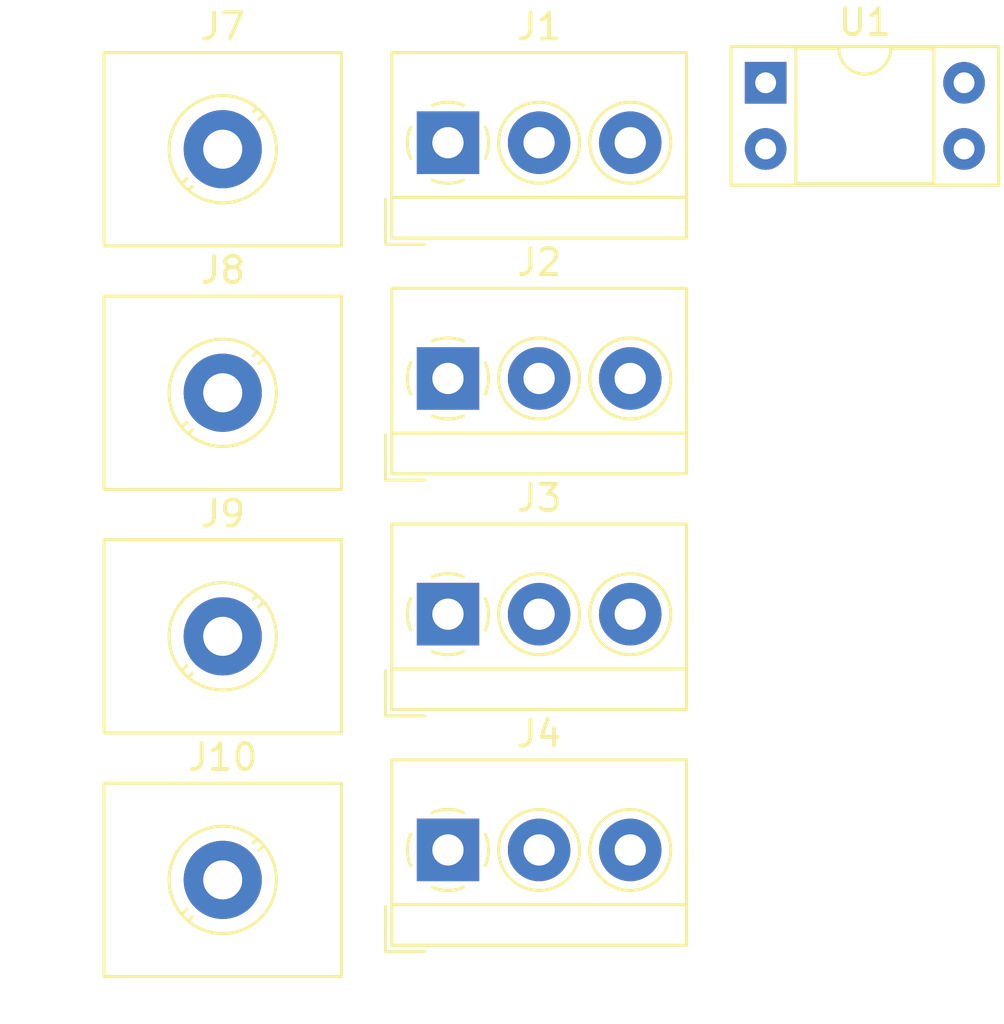
<source format=kicad_pcb>
(kicad_pcb (version 20240108) (generator "pcbnew") (generator_version "8.0")
  (layers (0 "F.Cu" signal) (31 "B.Cu" signal) (34 "B.Paste" user) (35 "F.Paste" user) (36 "B.SilkS" user "B.Silkscreen") (37 "F.SilkS" user "F.Silkscreen") (38 "B.Mask" user) (39 "F.Mask" user) (44 "Edge.Cuts" user))
  (net 0 "")
  (net 1 "VCC")
  (net 2 "GND")
  (net 3 "Net-(J1-Pin_2)")
  (net 4 "Net-(J2-Pin_2)")
  (net 5 "Net-(J3-Pin_2)")
  (net 6 "Net-(J4-Pin_2)")
  (net 7 "Net-(J7-Pin_1)")
  (net 8 "Net-(J8-Pin_1)")
  (net 9 "Net-(J9-Pin_1)")
  (net 10 "Net-(J10-Pin_1)")
  (footprint "Package_DIP:DIP-4_W7.62mm_Socket" (layer "F.Cu") (at 153.38 75.96)
    (property "Reference" "U1" (at 3.81 -2.33 0) (layer "F.SilkS"))
    (property "Value" "74LV14")
    (fp_line (start -1.33 -1.39) (end -1.33 3.93) (stroke (width 0.12)) (layer "F.SilkS"))
    (fp_line (start -1.33 3.93) (end 8.95 3.93) (stroke (width 0.12)) (layer "F.SilkS"))
    (fp_line (start 1.16 -1.33) (end 1.16 3.87) (stroke (width 0.12)) (layer "F.SilkS"))
    (fp_line (start 1.16 3.87) (end 6.46 3.87) (stroke (width 0.12)) (layer "F.SilkS"))
    (fp_line (start 2.81 -1.33) (end 1.16 -1.33) (stroke (width 0.12)) (layer "F.SilkS"))
    (fp_line (start 6.46 -1.33) (end 4.81 -1.33) (stroke (width 0.12)) (layer "F.SilkS"))
    (fp_line (start 6.46 3.87) (end 6.46 -1.33) (stroke (width 0.12)) (layer "F.SilkS"))
    (fp_line (start 8.95 -1.39) (end -1.33 -1.39) (stroke (width 0.12)) (layer "F.SilkS"))
    (fp_line (start 8.95 3.93) (end 8.95 -1.39) (stroke (width 0.12)) (layer "F.SilkS"))
    (fp_arc (start 4.81 -1.33) (mid 3.81 -0.33) (end 2.81 -1.33) (stroke (width 0.12)) (layer "F.SilkS"))
    (pad "1" thru_hole rect (at 0 0) (size 1.6 1.6) (drill 0.8) (layers "*.Cu" "*.Mask") (net 3 "Net-(J1-Pin_2)"))
    (pad "2" thru_hole oval (at 0 2.54) (size 1.6 1.6) (drill 0.8) (layers "*.Cu" "*.Mask") (net 7 "Net-(J7-Pin_1)"))
    (pad "3" thru_hole oval (at 7.62 2.54) (size 1.6 1.6) (drill 0.8) (layers "*.Cu" "*.Mask") (net 4 "Net-(J2-Pin_2)"))
    (pad "4" thru_hole oval (at 7.62 0) (size 1.6 1.6) (drill 0.8) (layers "*.Cu" "*.Mask") (net 8 "Net-(J8-Pin_1)"))
  )
  (footprint "TerminalBlock_MetzConnect:TerminalBlock_MetzConnect_360271_1x01_Horizontal_ScrewM3.0_Boxed" (layer "F.Cu") (at 132.53 78.51)
    (property "Reference" "J7" (at 0 -4.71 0) (layer "F.SilkS"))
    (property "Value" "Screw_Terminal_01x01")
    (fp_line (start -4.56 -3.71) (end -4.56 3.71) (stroke (width 0.12)) (layer "F.SilkS"))
    (fp_line (start -4.56 -3.71) (end 4.56 -3.71) (stroke (width 0.12)) (layer "F.SilkS"))
    (fp_line (start -4.56 3.71) (end 4.56 3.71) (stroke (width 0.12)) (layer "F.SilkS"))
    (fp_line (start -1.376 1.124) (end -1.563 1.311) (stroke (width 0.12)) (layer "F.SilkS"))
    (fp_line (start -1.168 1.419) (end -1.312 1.563) (stroke (width 0.12)) (layer "F.SilkS"))
    (fp_line (start 1.312 -1.563) (end 1.168 -1.419) (stroke (width 0.12)) (layer "F.SilkS"))
    (fp_line (start 1.563 -1.311) (end 1.376 -1.125) (stroke (width 0.12)) (layer "F.SilkS"))
    (fp_line (start 4.56 -3.71) (end 4.56 3.71) (stroke (width 0.12)) (layer "F.SilkS"))
    (fp_circle (center 0 0) (end 2.06 0) (stroke (width 0.12)) (fill none) (layer "F.SilkS"))
    (pad "1" thru_hole circle (at 0 0) (size 3 3) (drill 1.5) (layers "*.Cu" "*.Mask") (net 7 "Net-(J7-Pin_1)"))
  )
  (footprint "TerminalBlock_MetzConnect:TerminalBlock_MetzConnect_360271_1x01_Horizontal_ScrewM3.0_Boxed" (layer "F.Cu") (at 132.53 87.86)
    (property "Reference" "J8" (at 0 -4.71 0) (layer "F.SilkS"))
    (property "Value" "Screw_Terminal_01x01")
    (fp_line (start -4.56 -3.71) (end -4.56 3.71) (stroke (width 0.12)) (layer "F.SilkS"))
    (fp_line (start -4.56 -3.71) (end 4.56 -3.71) (stroke (width 0.12)) (layer "F.SilkS"))
    (fp_line (start -4.56 3.71) (end 4.56 3.71) (stroke (width 0.12)) (layer "F.SilkS"))
    (fp_line (start -1.376 1.124) (end -1.563 1.311) (stroke (width 0.12)) (layer "F.SilkS"))
    (fp_line (start -1.168 1.419) (end -1.312 1.563) (stroke (width 0.12)) (layer "F.SilkS"))
    (fp_line (start 1.312 -1.563) (end 1.168 -1.419) (stroke (width 0.12)) (layer "F.SilkS"))
    (fp_line (start 1.563 -1.311) (end 1.376 -1.125) (stroke (width 0.12)) (layer "F.SilkS"))
    (fp_line (start 4.56 -3.71) (end 4.56 3.71) (stroke (width 0.12)) (layer "F.SilkS"))
    (fp_circle (center 0 0) (end 2.06 0) (stroke (width 0.12)) (fill none) (layer "F.SilkS"))
    (pad "1" thru_hole circle (at 0 0) (size 3 3) (drill 1.5) (layers "*.Cu" "*.Mask") (net 8 "Net-(J8-Pin_1)"))
  )
  (footprint "TerminalBlock_MetzConnect:TerminalBlock_MetzConnect_360271_1x01_Horizontal_ScrewM3.0_Boxed" (layer "F.Cu") (at 132.53 97.21)
    (property "Reference" "J9" (at 0 -4.71 0) (layer "F.SilkS"))
    (property "Value" "Screw_Terminal_01x01")
    (fp_line (start -4.56 -3.71) (end -4.56 3.71) (stroke (width 0.12)) (layer "F.SilkS"))
    (fp_line (start -4.56 -3.71) (end 4.56 -3.71) (stroke (width 0.12)) (layer "F.SilkS"))
    (fp_line (start -4.56 3.71) (end 4.56 3.71) (stroke (width 0.12)) (layer "F.SilkS"))
    (fp_line (start -1.376 1.124) (end -1.563 1.311) (stroke (width 0.12)) (layer "F.SilkS"))
    (fp_line (start -1.168 1.419) (end -1.312 1.563) (stroke (width 0.12)) (layer "F.SilkS"))
    (fp_line (start 1.312 -1.563) (end 1.168 -1.419) (stroke (width 0.12)) (layer "F.SilkS"))
    (fp_line (start 1.563 -1.311) (end 1.376 -1.125) (stroke (width 0.12)) (layer "F.SilkS"))
    (fp_line (start 4.56 -3.71) (end 4.56 3.71) (stroke (width 0.12)) (layer "F.SilkS"))
    (fp_circle (center 0 0) (end 2.06 0) (stroke (width 0.12)) (fill none) (layer "F.SilkS"))
    (pad "1" thru_hole circle (at 0 0) (size 3 3) (drill 1.5) (layers "*.Cu" "*.Mask") (net 9 "Net-(J9-Pin_1)"))
  )
  (footprint "TerminalBlock_MetzConnect:TerminalBlock_MetzConnect_360271_1x01_Horizontal_ScrewM3.0_Boxed" (layer "F.Cu") (at 132.53 106.56)
    (property "Reference" "J10" (at 0 -4.71 0) (layer "F.SilkS"))
    (property "Value" "Screw_Terminal_01x01")
    (fp_line (start -4.56 -3.71) (end -4.56 3.71) (stroke (width 0.12)) (layer "F.SilkS"))
    (fp_line (start -4.56 -3.71) (end 4.56 -3.71) (stroke (width 0.12)) (layer "F.SilkS"))
    (fp_line (start -4.56 3.71) (end 4.56 3.71) (stroke (width 0.12)) (layer "F.SilkS"))
    (fp_line (start -1.376 1.124) (end -1.563 1.311) (stroke (width 0.12)) (layer "F.SilkS"))
    (fp_line (start -1.168 1.419) (end -1.312 1.563) (stroke (width 0.12)) (layer "F.SilkS"))
    (fp_line (start 1.312 -1.563) (end 1.168 -1.419) (stroke (width 0.12)) (layer "F.SilkS"))
    (fp_line (start 1.563 -1.311) (end 1.376 -1.125) (stroke (width 0.12)) (layer "F.SilkS"))
    (fp_line (start 4.56 -3.71) (end 4.56 3.71) (stroke (width 0.12)) (layer "F.SilkS"))
    (fp_circle (center 0 0) (end 2.06 0) (stroke (width 0.12)) (fill none) (layer "F.SilkS"))
    (pad "1" thru_hole circle (at 0 0) (size 3 3) (drill 1.5) (layers "*.Cu" "*.Mask") (net 10 "Net-(J10-Pin_1)"))
  )
  (footprint "TerminalBlock_4Ucon:TerminalBlock_4Ucon_1x03_P3.50mm_Horizontal" (layer "F.Cu") (at 141.18 105.41)
    (property "Reference" "J4" (at 3.5 -4.46 0) (layer "F.SilkS"))
    (property "Value" "Screw_Terminal_01x03")
    (fp_line (start -2.4 2.16) (end -2.4 3.9) (stroke (width 0.12)) (layer "F.SilkS"))
    (fp_line (start -2.4 3.9) (end -0.9 3.9) (stroke (width 0.12)) (layer "F.SilkS"))
    (fp_line (start -2.16 -3.46) (end -2.16 3.66) (stroke (width 0.12)) (layer "F.SilkS"))
    (fp_line (start -2.16 -3.46) (end 9.16 -3.46) (stroke (width 0.12)) (layer "F.SilkS"))
    (fp_line (start -2.16 2.1) (end 9.16 2.1) (stroke (width 0.12)) (layer "F.SilkS"))
    (fp_line (start -2.16 3.66) (end 9.16 3.66) (stroke (width 0.12)) (layer "F.SilkS"))
    (fp_line (start 9.16 -3.46) (end 9.16 3.66) (stroke (width 0.12)) (layer "F.SilkS"))
    (fp_arc (start -1.432109 0.607742) (mid -1.555727 -0.00014) (end -1.432 -0.608) (stroke (width 0.12)) (layer "F.SilkS"))
    (fp_arc (start -0.607742 -1.432109) (mid 0.00014 -1.555727) (end 0.608 -1.432) (stroke (width 0.12)) (layer "F.SilkS"))
    (fp_arc (start 0.027011 1.555493) (mid -0.296984 1.527118) (end -0.608 1.432) (stroke (width 0.12)) (layer "F.SilkS"))
    (fp_arc (start 0.607587 1.431385) (mid 0.310017 1.523783) (end 0 1.555) (stroke (width 0.12)) (layer "F.SilkS"))
    (fp_arc (start 1.432109 -0.607742) (mid 1.555727 0.00014) (end 1.432 0.608) (stroke (width 0.12)) (layer "F.SilkS"))
    (fp_circle (center 3.5 0) (end 5.055 0) (stroke (width 0.12)) (fill none) (layer "F.SilkS"))
    (fp_circle (center 7 0) (end 8.555 0) (stroke (width 0.12)) (fill none) (layer "F.SilkS"))
    (pad "1" thru_hole rect (at 0 0) (size 2.4 2.4) (drill 1.2) (layers "*.Cu" "*.Mask") (net 2 "GND"))
    (pad "2" thru_hole circle (at 3.5 0) (size 2.4 2.4) (drill 1.2) (layers "*.Cu" "*.Mask") (net 6 "Net-(J4-Pin_2)"))
    (pad "3" thru_hole circle (at 7 0) (size 2.4 2.4) (drill 1.2) (layers "*.Cu" "*.Mask") (net 1 "VCC"))
  )
  (footprint "TerminalBlock_4Ucon:TerminalBlock_4Ucon_1x03_P3.50mm_Horizontal" (layer "F.Cu") (at 141.18 87.31)
    (property "Reference" "J2" (at 3.5 -4.46 0) (layer "F.SilkS"))
    (property "Value" "Screw_Terminal_01x03")
    (fp_line (start -2.4 2.16) (end -2.4 3.9) (stroke (width 0.12)) (layer "F.SilkS"))
    (fp_line (start -2.4 3.9) (end -0.9 3.9) (stroke (width 0.12)) (layer "F.SilkS"))
    (fp_line (start -2.16 -3.46) (end -2.16 3.66) (stroke (width 0.12)) (layer "F.SilkS"))
    (fp_line (start -2.16 -3.46) (end 9.16 -3.46) (stroke (width 0.12)) (layer "F.SilkS"))
    (fp_line (start -2.16 2.1) (end 9.16 2.1) (stroke (width 0.12)) (layer "F.SilkS"))
    (fp_line (start -2.16 3.66) (end 9.16 3.66) (stroke (width 0.12)) (layer "F.SilkS"))
    (fp_line (start 9.16 -3.46) (end 9.16 3.66) (stroke (width 0.12)) (layer "F.SilkS"))
    (fp_arc (start -1.432109 0.607742) (mid -1.555727 -0.00014) (end -1.432 -0.608) (stroke (width 0.12)) (layer "F.SilkS"))
    (fp_arc (start -0.607742 -1.432109) (mid 0.00014 -1.555727) (end 0.608 -1.432) (stroke (width 0.12)) (layer "F.SilkS"))
    (fp_arc (start 0.027011 1.555493) (mid -0.296984 1.527118) (end -0.608 1.432) (stroke (width 0.12)) (layer "F.SilkS"))
    (fp_arc (start 0.607587 1.431385) (mid 0.310017 1.523783) (end 0 1.555) (stroke (width 0.12)) (layer "F.SilkS"))
    (fp_arc (start 1.432109 -0.607742) (mid 1.555727 0.00014) (end 1.432 0.608) (stroke (width 0.12)) (layer "F.SilkS"))
    (fp_circle (center 3.5 0) (end 5.055 0) (stroke (width 0.12)) (fill none) (layer "F.SilkS"))
    (fp_circle (center 7 0) (end 8.555 0) (stroke (width 0.12)) (fill none) (layer "F.SilkS"))
    (pad "1" thru_hole rect (at 0 0) (size 2.4 2.4) (drill 1.2) (layers "*.Cu" "*.Mask") (net 2 "GND"))
    (pad "2" thru_hole circle (at 3.5 0) (size 2.4 2.4) (drill 1.2) (layers "*.Cu" "*.Mask") (net 4 "Net-(J2-Pin_2)"))
    (pad "3" thru_hole circle (at 7 0) (size 2.4 2.4) (drill 1.2) (layers "*.Cu" "*.Mask") (net 1 "VCC"))
  )
  (footprint "TerminalBlock_4Ucon:TerminalBlock_4Ucon_1x03_P3.50mm_Horizontal" (layer "F.Cu") (at 141.18 96.36)
    (property "Reference" "J3" (at 3.5 -4.46 0) (layer "F.SilkS"))
    (property "Value" "Screw_Terminal_01x03")
    (fp_line (start -2.4 2.16) (end -2.4 3.9) (stroke (width 0.12)) (layer "F.SilkS"))
    (fp_line (start -2.4 3.9) (end -0.9 3.9) (stroke (width 0.12)) (layer "F.SilkS"))
    (fp_line (start -2.16 -3.46) (end -2.16 3.66) (stroke (width 0.12)) (layer "F.SilkS"))
    (fp_line (start -2.16 -3.46) (end 9.16 -3.46) (stroke (width 0.12)) (layer "F.SilkS"))
    (fp_line (start -2.16 2.1) (end 9.16 2.1) (stroke (width 0.12)) (layer "F.SilkS"))
    (fp_line (start -2.16 3.66) (end 9.16 3.66) (stroke (width 0.12)) (layer "F.SilkS"))
    (fp_line (start 9.16 -3.46) (end 9.16 3.66) (stroke (width 0.12)) (layer "F.SilkS"))
    (fp_arc (start -1.432109 0.607742) (mid -1.555727 -0.00014) (end -1.432 -0.608) (stroke (width 0.12)) (layer "F.SilkS"))
    (fp_arc (start -0.607742 -1.432109) (mid 0.00014 -1.555727) (end 0.608 -1.432) (stroke (width 0.12)) (layer "F.SilkS"))
    (fp_arc (start 0.027011 1.555493) (mid -0.296984 1.527118) (end -0.608 1.432) (stroke (width 0.12)) (layer "F.SilkS"))
    (fp_arc (start 0.607587 1.431385) (mid 0.310017 1.523783) (end 0 1.555) (stroke (width 0.12)) (layer "F.SilkS"))
    (fp_arc (start 1.432109 -0.607742) (mid 1.555727 0.00014) (end 1.432 0.608) (stroke (width 0.12)) (layer "F.SilkS"))
    (fp_circle (center 3.5 0) (end 5.055 0) (stroke (width 0.12)) (fill none) (layer "F.SilkS"))
    (fp_circle (center 7 0) (end 8.555 0) (stroke (width 0.12)) (fill none) (layer "F.SilkS"))
    (pad "1" thru_hole rect (at 0 0) (size 2.4 2.4) (drill 1.2) (layers "*.Cu" "*.Mask") (net 2 "GND"))
    (pad "2" thru_hole circle (at 3.5 0) (size 2.4 2.4) (drill 1.2) (layers "*.Cu" "*.Mask") (net 5 "Net-(J3-Pin_2)"))
    (pad "3" thru_hole circle (at 7 0) (size 2.4 2.4) (drill 1.2) (layers "*.Cu" "*.Mask") (net 1 "VCC"))
  )
  (footprint "TerminalBlock_4Ucon:TerminalBlock_4Ucon_1x03_P3.50mm_Horizontal" (layer "F.Cu") (at 141.18 78.26)
    (property "Reference" "J1" (at 3.5 -4.46 0) (layer "F.SilkS"))
    (property "Value" "Screw_Terminal_01x03")
    (fp_line (start -2.4 2.16) (end -2.4 3.9) (stroke (width 0.12)) (layer "F.SilkS"))
    (fp_line (start -2.4 3.9) (end -0.9 3.9) (stroke (width 0.12)) (layer "F.SilkS"))
    (fp_line (start -2.16 -3.46) (end -2.16 3.66) (stroke (width 0.12)) (layer "F.SilkS"))
    (fp_line (start -2.16 -3.46) (end 9.16 -3.46) (stroke (width 0.12)) (layer "F.SilkS"))
    (fp_line (start -2.16 2.1) (end 9.16 2.1) (stroke (width 0.12)) (layer "F.SilkS"))
    (fp_line (start -2.16 3.66) (end 9.16 3.66) (stroke (width 0.12)) (layer "F.SilkS"))
    (fp_line (start 9.16 -3.46) (end 9.16 3.66) (stroke (width 0.12)) (layer "F.SilkS"))
    (fp_arc (start -1.432109 0.607742) (mid -1.555727 -0.00014) (end -1.432 -0.608) (stroke (width 0.12)) (layer "F.SilkS"))
    (fp_arc (start -0.607742 -1.432109) (mid 0.00014 -1.555727) (end 0.608 -1.432) (stroke (width 0.12)) (layer "F.SilkS"))
    (fp_arc (start 0.027011 1.555493) (mid -0.296984 1.527118) (end -0.608 1.432) (stroke (width 0.12)) (layer "F.SilkS"))
    (fp_arc (start 0.607587 1.431385) (mid 0.310017 1.523783) (end 0 1.555) (stroke (width 0.12)) (layer "F.SilkS"))
    (fp_arc (start 1.432109 -0.607742) (mid 1.555727 0.00014) (end 1.432 0.608) (stroke (width 0.12)) (layer "F.SilkS"))
    (fp_circle (center 3.5 0) (end 5.055 0) (stroke (width 0.12)) (fill none) (layer "F.SilkS"))
    (fp_circle (center 7 0) (end 8.555 0) (stroke (width 0.12)) (fill none) (layer "F.SilkS"))
    (pad "1" thru_hole rect (at 0 0) (size 2.4 2.4) (drill 1.2) (layers "*.Cu" "*.Mask") (net 2 "GND"))
    (pad "2" thru_hole circle (at 3.5 0) (size 2.4 2.4) (drill 1.2) (layers "*.Cu" "*.Mask") (net 3 "Net-(J1-Pin_2)"))
    (pad "3" thru_hole circle (at 7 0) (size 2.4 2.4) (drill 1.2) (layers "*.Cu" "*.Mask") (net 1 "VCC"))
  )
)
</source>
